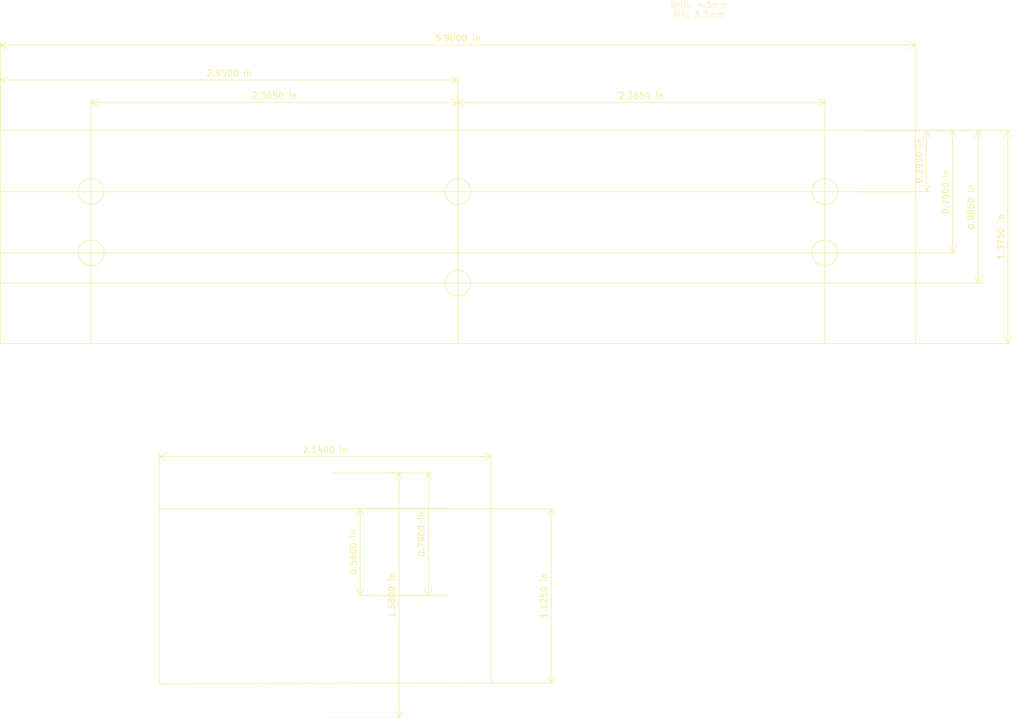
<source format=kicad_pcb>
(kicad_pcb (version 20171130) (host pcbnew "(5.1.12-1-10_14)")

  (general
    (thickness 1.6)
    (drawings 34)
    (tracks 0)
    (zones 0)
    (modules 0)
    (nets 1)
  )

  (page A4)
  (layers
    (0 F.Cu signal)
    (31 B.Cu signal)
    (32 B.Adhes user)
    (33 F.Adhes user)
    (34 B.Paste user)
    (35 F.Paste user)
    (36 B.SilkS user)
    (37 F.SilkS user)
    (38 B.Mask user)
    (39 F.Mask user)
    (40 Dwgs.User user)
    (41 Cmts.User user)
    (42 Eco1.User user)
    (43 Eco2.User user)
    (44 Edge.Cuts user)
    (45 Margin user)
    (46 B.CrtYd user)
    (47 F.CrtYd user)
    (48 B.Fab user)
    (49 F.Fab user)
  )

  (setup
    (last_trace_width 0.25)
    (trace_clearance 0.2)
    (zone_clearance 0.508)
    (zone_45_only no)
    (trace_min 0.2)
    (via_size 0.8)
    (via_drill 0.4)
    (via_min_size 0.4)
    (via_min_drill 0.3)
    (uvia_size 0.3)
    (uvia_drill 0.1)
    (uvias_allowed no)
    (uvia_min_size 0.2)
    (uvia_min_drill 0.1)
    (edge_width 0.05)
    (segment_width 0.2)
    (pcb_text_width 0.3)
    (pcb_text_size 1.5 1.5)
    (mod_edge_width 0.12)
    (mod_text_size 1 1)
    (mod_text_width 0.15)
    (pad_size 1.524 1.524)
    (pad_drill 0.762)
    (pad_to_mask_clearance 0)
    (aux_axis_origin 0 0)
    (visible_elements FFFFFF7F)
    (pcbplotparams
      (layerselection 0x010fc_ffffffff)
      (usegerberextensions false)
      (usegerberattributes true)
      (usegerberadvancedattributes true)
      (creategerberjobfile true)
      (excludeedgelayer true)
      (linewidth 0.100000)
      (plotframeref false)
      (viasonmask false)
      (mode 1)
      (useauxorigin false)
      (hpglpennumber 1)
      (hpglpenspeed 20)
      (hpglpendiameter 15.000000)
      (psnegative false)
      (psa4output false)
      (plotreference true)
      (plotvalue true)
      (plotinvisibletext false)
      (padsonsilk false)
      (subtractmaskfromsilk false)
      (outputformat 1)
      (mirror false)
      (drillshape 1)
      (scaleselection 1)
      (outputdirectory ""))
  )

  (net 0 "")

  (net_class Default "This is the default net class."
    (clearance 0.2)
    (trace_width 0.25)
    (via_dia 0.8)
    (via_drill 0.4)
    (uvia_dia 0.3)
    (uvia_drill 0.1)
  )

  (dimension 20.066 (width 0.12) (layer F.SilkS)
    (gr_text "20.066 mm" (at 125.984 127.127 90) (layer F.SilkS)
      (effects (font (size 1 1) (thickness 0.15)))
    )
    (feature1 (pts (xy 117.348 117.094) (xy 125.300421 117.094)))
    (feature2 (pts (xy 117.348 137.16) (xy 125.300421 137.16)))
    (crossbar (pts (xy 124.714 137.16) (xy 124.714 117.094)))
    (arrow1a (pts (xy 124.714 117.094) (xy 125.300421 118.220504)))
    (arrow1b (pts (xy 124.714 117.094) (xy 124.127579 118.220504)))
    (arrow2a (pts (xy 124.714 137.16) (xy 125.300421 136.033496)))
    (arrow2b (pts (xy 124.714 137.16) (xy 124.127579 136.033496)))
  )
  (dimension 14.224 (width 0.12) (layer F.SilkS)
    (gr_text "14.224 mm" (at 112.268 130.048 270) (layer F.SilkS)
      (effects (font (size 1 1) (thickness 0.15)))
    )
    (feature1 (pts (xy 127.889 137.16) (xy 112.951579 137.16)))
    (feature2 (pts (xy 127.889 122.936) (xy 112.951579 122.936)))
    (crossbar (pts (xy 113.538 122.936) (xy 113.538 137.16)))
    (arrow1a (pts (xy 113.538 137.16) (xy 112.951579 136.033496)))
    (arrow1b (pts (xy 113.538 137.16) (xy 114.124421 136.033496)))
    (arrow2a (pts (xy 113.538 122.936) (xy 112.951579 124.062504)))
    (arrow2b (pts (xy 113.538 122.936) (xy 114.124421 124.062504)))
  )
  (dimension 40.132 (width 0.12) (layer F.SilkS)
    (gr_text "40.132 mm" (at 121.158 137.16 270) (layer F.SilkS)
      (effects (font (size 1 1) (thickness 0.15)))
    )
    (feature1 (pts (xy 108.712 157.226) (xy 120.474421 157.226)))
    (feature2 (pts (xy 108.712 117.094) (xy 120.474421 117.094)))
    (crossbar (pts (xy 119.888 117.094) (xy 119.888 157.226)))
    (arrow1a (pts (xy 119.888 157.226) (xy 119.301579 156.099496)))
    (arrow1b (pts (xy 119.888 157.226) (xy 120.474421 156.099496)))
    (arrow2a (pts (xy 119.888 117.094) (xy 119.301579 118.220504)))
    (arrow2b (pts (xy 119.888 117.094) (xy 120.474421 118.220504)))
  )
  (gr_line (start 80.645 151.638) (end 135.001 151.511) (layer F.SilkS) (width 0.12) (tstamp 61BE1122))
  (gr_line (start 80.645 122.936) (end 80.645 151.638) (layer F.SilkS) (width 0.12) (tstamp 61BE1104))
  (gr_line (start 135.001 122.936) (end 135.001 151.384) (layer F.SilkS) (width 0.12))
  (gr_line (start 80.645 122.936) (end 135.001 122.936) (layer F.SilkS) (width 0.12))
  (dimension 28.575 (width 0.12) (layer F.SilkS)
    (gr_text "28.575 mm" (at 146.05 137.2235 270) (layer F.SilkS)
      (effects (font (size 1 1) (thickness 0.15)))
    )
    (feature1 (pts (xy 135.001 151.511) (xy 145.366421 151.511)))
    (feature2 (pts (xy 135.001 122.936) (xy 145.366421 122.936)))
    (crossbar (pts (xy 144.78 122.936) (xy 144.78 151.511)))
    (arrow1a (pts (xy 144.78 151.511) (xy 144.193579 150.384496)))
    (arrow1b (pts (xy 144.78 151.511) (xy 145.366421 150.384496)))
    (arrow2a (pts (xy 144.78 122.936) (xy 144.193579 124.062504)))
    (arrow2b (pts (xy 144.78 122.936) (xy 145.366421 124.062504)))
  )
  (dimension 54.356 (width 0.12) (layer F.SilkS)
    (gr_text "54.356 mm" (at 107.823 113.157) (layer F.SilkS)
      (effects (font (size 1 1) (thickness 0.15)))
    )
    (feature1 (pts (xy 135.001 122.936) (xy 135.001 113.840579)))
    (feature2 (pts (xy 80.645 122.936) (xy 80.645 113.840579)))
    (crossbar (pts (xy 80.645 114.427) (xy 135.001 114.427)))
    (arrow1a (pts (xy 135.001 114.427) (xy 133.874496 115.013421)))
    (arrow1b (pts (xy 135.001 114.427) (xy 133.874496 113.840579)))
    (arrow2a (pts (xy 80.645 114.427) (xy 81.771504 115.013421)))
    (arrow2b (pts (xy 80.645 114.427) (xy 81.771504 113.840579)))
  )
  (gr_text "Drill: 4.5mm\nM4: 3.3mm" (at 169.037 41.148) (layer F.SilkS)
    (effects (font (size 1 1) (thickness 0.1)))
  )
  (gr_circle (center 129.54 85.979) (end 131.318 87.122) (layer F.SilkS) (width 0.12) (tstamp 61BE05D3))
  (gr_circle (center 129.54 70.993) (end 131.318 72.136) (layer F.SilkS) (width 0.12) (tstamp 61BE05C9))
  (dimension 20.066 (width 0.12) (layer F.SilkS)
    (gr_text "20.066 mm" (at 211.836 70.993 270) (layer F.SilkS)
      (effects (font (size 1 1) (thickness 0.15)))
    )
    (feature1 (pts (xy 204.47 81.026) (xy 211.152421 81.026)))
    (feature2 (pts (xy 204.47 60.96) (xy 211.152421 60.96)))
    (crossbar (pts (xy 210.566 60.96) (xy 210.566 81.026)))
    (arrow1a (pts (xy 210.566 81.026) (xy 209.979579 79.899496)))
    (arrow1b (pts (xy 210.566 81.026) (xy 211.152421 79.899496)))
    (arrow2a (pts (xy 210.566 60.96) (xy 209.979579 62.086504)))
    (arrow2b (pts (xy 210.566 60.96) (xy 211.152421 62.086504)))
  )
  (gr_line (start 54.61 85.979) (end 204.47 85.979) (layer F.SilkS) (width 0.12) (tstamp 61BE0550))
  (dimension 25.019 (width 0.12) (layer F.SilkS)
    (gr_text "25.019 mm" (at 216.027 73.4695 270) (layer F.SilkS)
      (effects (font (size 1 1) (thickness 0.15)))
    )
    (feature1 (pts (xy 203.327 85.979) (xy 215.343421 85.979)))
    (feature2 (pts (xy 203.327 60.96) (xy 215.343421 60.96)))
    (crossbar (pts (xy 214.757 60.96) (xy 214.757 85.979)))
    (arrow1a (pts (xy 214.757 85.979) (xy 214.170579 84.852496)))
    (arrow1b (pts (xy 214.757 85.979) (xy 215.343421 84.852496)))
    (arrow2a (pts (xy 214.757 60.96) (xy 214.170579 62.086504)))
    (arrow2b (pts (xy 214.757 60.96) (xy 215.343421 62.086504)))
  )
  (gr_circle (center 69.469 81.026) (end 71.247 82.169) (layer F.SilkS) (width 0.12) (tstamp 61BE0521))
  (gr_circle (center 69.469 70.947701) (end 71.247 72.090701) (layer F.SilkS) (width 0.12) (tstamp 61BE0516))
  (gr_circle (center 189.611 81.026) (end 191.389 82.169) (layer F.SilkS) (width 0.12) (tstamp 61BE050E))
  (gr_circle (center 189.611 70.993) (end 191.389 72.136) (layer F.SilkS) (width 0.12))
  (gr_line (start 69.469 60.96) (end 69.469 95.885) (layer F.SilkS) (width 0.12) (tstamp 61BE04CB))
  (gr_line (start 189.611 60.96) (end 189.611 95.885) (layer F.SilkS) (width 0.12) (tstamp 61BE04C2))
  (dimension 60.071 (width 0.12) (layer F.SilkS) (tstamp 61BE04AD)
    (gr_text "60.071 mm" (at 99.5045 55.118) (layer F.SilkS) (tstamp 61BE04AD)
      (effects (font (size 1 1) (thickness 0.15)))
    )
    (feature1 (pts (xy 129.54 60.96) (xy 129.54 55.801579)))
    (feature2 (pts (xy 69.469 60.96) (xy 69.469 55.801579)))
    (crossbar (pts (xy 69.469 56.388) (xy 129.54 56.388)))
    (arrow1a (pts (xy 129.54 56.388) (xy 128.413496 56.974421)))
    (arrow1b (pts (xy 129.54 56.388) (xy 128.413496 55.801579)))
    (arrow2a (pts (xy 69.469 56.388) (xy 70.595504 56.974421)))
    (arrow2b (pts (xy 69.469 56.388) (xy 70.595504 55.801579)))
  )
  (dimension 60.071 (width 0.12) (layer F.SilkS)
    (gr_text "60.071 mm" (at 159.5755 55.118) (layer F.SilkS)
      (effects (font (size 1 1) (thickness 0.15)))
    )
    (feature1 (pts (xy 189.611 60.96) (xy 189.611 55.801579)))
    (feature2 (pts (xy 129.54 60.96) (xy 129.54 55.801579)))
    (crossbar (pts (xy 129.54 56.388) (xy 189.611 56.388)))
    (arrow1a (pts (xy 189.611 56.388) (xy 188.484496 56.974421)))
    (arrow1b (pts (xy 189.611 56.388) (xy 188.484496 55.801579)))
    (arrow2a (pts (xy 129.54 56.388) (xy 130.666504 56.974421)))
    (arrow2b (pts (xy 129.54 56.388) (xy 130.666504 55.801579)))
  )
  (gr_line (start 129.54 60.96) (end 129.54 95.885) (layer F.SilkS) (width 0.12))
  (dimension 74.93 (width 0.12) (layer F.SilkS)
    (gr_text "74.930 mm" (at 92.075 51.435) (layer F.SilkS)
      (effects (font (size 1 1) (thickness 0.15)))
    )
    (feature1 (pts (xy 129.54 60.96) (xy 129.54 52.118579)))
    (feature2 (pts (xy 54.61 60.96) (xy 54.61 52.118579)))
    (crossbar (pts (xy 54.61 52.705) (xy 129.54 52.705)))
    (arrow1a (pts (xy 129.54 52.705) (xy 128.413496 53.291421)))
    (arrow1b (pts (xy 129.54 52.705) (xy 128.413496 52.118579)))
    (arrow2a (pts (xy 54.61 52.705) (xy 55.736504 53.291421)))
    (arrow2b (pts (xy 54.61 52.705) (xy 55.736504 52.118579)))
  )
  (gr_line (start 54.61 81.026) (end 204.47 81.026) (layer F.SilkS) (width 0.12) (tstamp 61BE042E))
  (gr_line (start 54.61 70.993) (end 204.47 70.993) (layer F.SilkS) (width 0.12) (tstamp 61BE040B))
  (dimension 10.033 (width 0.12) (layer F.SilkS)
    (gr_text "10.033 mm" (at 207.518 65.9765 270) (layer F.SilkS)
      (effects (font (size 1 1) (thickness 0.15)))
    )
    (feature1 (pts (xy 195.58 70.993) (xy 206.834421 70.993)))
    (feature2 (pts (xy 195.58 60.96) (xy 206.834421 60.96)))
    (crossbar (pts (xy 206.248 60.96) (xy 206.248 70.993)))
    (arrow1a (pts (xy 206.248 70.993) (xy 205.661579 69.866496)))
    (arrow1b (pts (xy 206.248 70.993) (xy 206.834421 69.866496)))
    (arrow2a (pts (xy 206.248 60.96) (xy 205.661579 62.086504)))
    (arrow2b (pts (xy 206.248 60.96) (xy 206.834421 62.086504)))
  )
  (gr_line (start 54.61 95.885) (end 204.47 95.885) (layer F.SilkS) (width 0.12) (tstamp 61BE03A2))
  (gr_line (start 54.61 60.96) (end 54.61 95.885) (layer F.SilkS) (width 0.12) (tstamp 61BE0382))
  (gr_line (start 204.47 60.96) (end 204.47 95.885) (layer F.SilkS) (width 0.12))
  (dimension 34.925 (width 0.12) (layer F.SilkS)
    (gr_text "34.925 mm" (at 220.853 78.4225 270) (layer F.SilkS)
      (effects (font (size 1 1) (thickness 0.15)))
    )
    (feature1 (pts (xy 204.47 95.885) (xy 220.169421 95.885)))
    (feature2 (pts (xy 204.47 60.96) (xy 220.169421 60.96)))
    (crossbar (pts (xy 219.583 60.96) (xy 219.583 95.885)))
    (arrow1a (pts (xy 219.583 95.885) (xy 218.996579 94.758496)))
    (arrow1b (pts (xy 219.583 95.885) (xy 220.169421 94.758496)))
    (arrow2a (pts (xy 219.583 60.96) (xy 218.996579 62.086504)))
    (arrow2b (pts (xy 219.583 60.96) (xy 220.169421 62.086504)))
  )
  (dimension 149.86 (width 0.12) (layer F.SilkS)
    (gr_text "149.860 mm" (at 129.54 45.72) (layer F.SilkS)
      (effects (font (size 1 1) (thickness 0.15)))
    )
    (feature1 (pts (xy 204.47 60.96) (xy 204.47 46.403579)))
    (feature2 (pts (xy 54.61 60.96) (xy 54.61 46.403579)))
    (crossbar (pts (xy 54.61 46.99) (xy 204.47 46.99)))
    (arrow1a (pts (xy 204.47 46.99) (xy 203.343496 47.576421)))
    (arrow1b (pts (xy 204.47 46.99) (xy 203.343496 46.403579)))
    (arrow2a (pts (xy 54.61 46.99) (xy 55.736504 47.576421)))
    (arrow2b (pts (xy 54.61 46.99) (xy 55.736504 46.403579)))
  )
  (gr_line (start 54.61 60.96) (end 204.47 60.96) (layer F.SilkS) (width 0.12))

)

</source>
